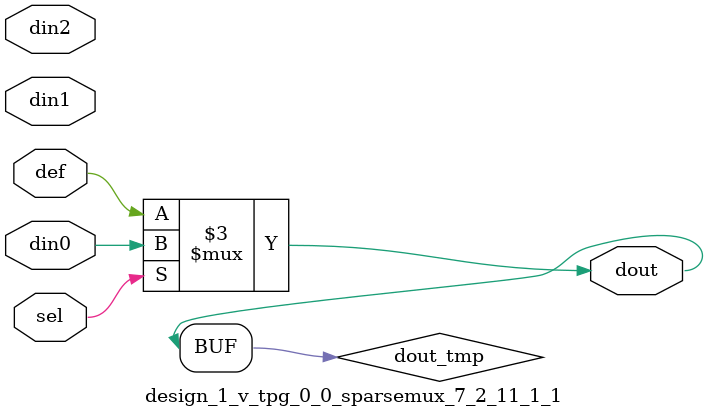
<source format=v>
`timescale 1ns / 1ps

module design_1_v_tpg_0_0_sparsemux_7_2_11_1_1 (din0,din1,din2,def,sel,dout);

parameter din0_WIDTH = 1;

parameter din1_WIDTH = 1;

parameter din2_WIDTH = 1;

parameter def_WIDTH = 1;
parameter sel_WIDTH = 1;
parameter dout_WIDTH = 1;

parameter [sel_WIDTH-1:0] CASE0 = 1;

parameter [sel_WIDTH-1:0] CASE1 = 1;

parameter [sel_WIDTH-1:0] CASE2 = 1;

parameter ID = 1;
parameter NUM_STAGE = 1;



input [din0_WIDTH-1:0] din0;

input [din1_WIDTH-1:0] din1;

input [din2_WIDTH-1:0] din2;

input [def_WIDTH-1:0] def;
input [sel_WIDTH-1:0] sel;

output [dout_WIDTH-1:0] dout;



reg [dout_WIDTH-1:0] dout_tmp;


always @ (*) begin
(* parallel_case *) case (sel)
    
    CASE0 : dout_tmp = din0;
    
    CASE1 : dout_tmp = din1;
    
    CASE2 : dout_tmp = din2;
    
    default : dout_tmp = def;
endcase
end


assign dout = dout_tmp;



endmodule

</source>
